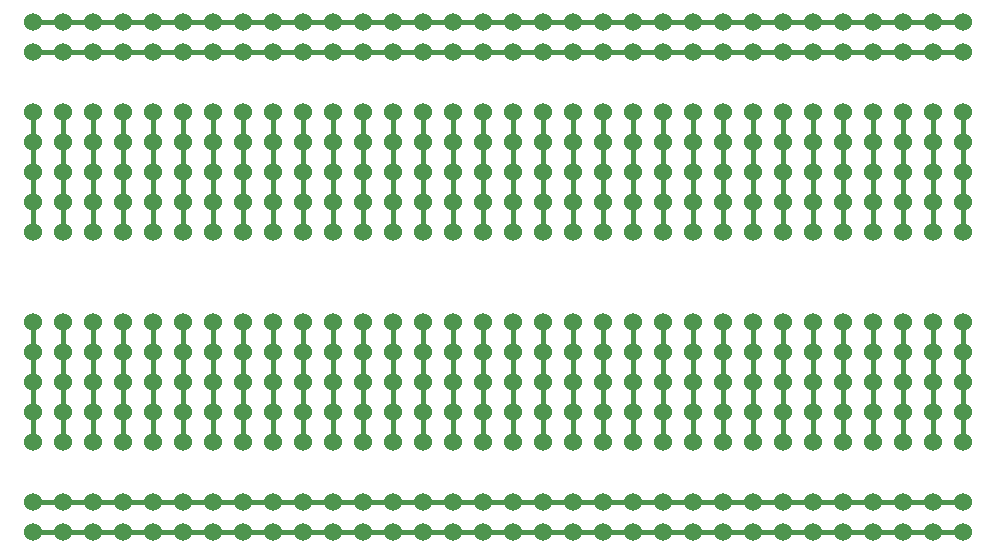
<source format=gbr>
%TF.GenerationSoftware,KiCad,Pcbnew,5.1.9-73d0e3b20d~88~ubuntu20.04.1*%
%TF.CreationDate,2021-01-27T17:21:27-06:00*%
%TF.ProjectId,ProtoPCBs,50726f74-6f50-4434-9273-2e6b69636164,rev?*%
%TF.SameCoordinates,Original*%
%TF.FileFunction,Copper,L1,Top*%
%TF.FilePolarity,Positive*%
%FSLAX46Y46*%
G04 Gerber Fmt 4.6, Leading zero omitted, Abs format (unit mm)*
G04 Created by KiCad (PCBNEW 5.1.9-73d0e3b20d~88~ubuntu20.04.1) date 2021-01-27 17:21:27*
%MOMM*%
%LPD*%
G01*
G04 APERTURE LIST*
%TA.AperFunction,ComponentPad*%
%ADD10C,1.524000*%
%TD*%
%TA.AperFunction,Conductor*%
%ADD11C,0.406400*%
%TD*%
G04 APERTURE END LIST*
D10*
%TO.P,REF\u002A\u002A,1*%
%TO.N,N/C*%
X152400000Y-58420000D03*
X162560000Y-60960000D03*
X215900000Y-58420000D03*
X185420000Y-58420000D03*
X165100000Y-60960000D03*
X182880000Y-58420000D03*
X152400000Y-60960000D03*
X172720000Y-60960000D03*
X193040000Y-60960000D03*
X165100000Y-58420000D03*
X180340000Y-60960000D03*
X218440000Y-60960000D03*
X220980000Y-60960000D03*
X190500000Y-60960000D03*
X223520000Y-60960000D03*
X231140000Y-60960000D03*
X177800000Y-60960000D03*
X228600000Y-60960000D03*
X226060000Y-60960000D03*
X223520000Y-58420000D03*
X208280000Y-58420000D03*
X167640000Y-58420000D03*
X175260000Y-58420000D03*
X180340000Y-58420000D03*
X187960000Y-58420000D03*
X203200000Y-60960000D03*
X210820000Y-60960000D03*
X190500000Y-58420000D03*
X213360000Y-60960000D03*
X228600000Y-58420000D03*
X162560000Y-58420000D03*
X195580000Y-58420000D03*
X231140000Y-58420000D03*
X215900000Y-60960000D03*
X220980000Y-58420000D03*
X218440000Y-58420000D03*
X160020000Y-58420000D03*
X175260000Y-60960000D03*
X208280000Y-60960000D03*
X226060000Y-58420000D03*
X182880000Y-60960000D03*
X185420000Y-60960000D03*
X205740000Y-60960000D03*
X203200000Y-58420000D03*
X172720000Y-58420000D03*
X187960000Y-60960000D03*
X157480000Y-58420000D03*
X198120000Y-60960000D03*
X170180000Y-58420000D03*
X170180000Y-60960000D03*
X200660000Y-60960000D03*
X167640000Y-60960000D03*
X213360000Y-58420000D03*
X210820000Y-58420000D03*
X195580000Y-60960000D03*
X200660000Y-58420000D03*
X154940000Y-60960000D03*
X198120000Y-58420000D03*
X193040000Y-58420000D03*
X205740000Y-58420000D03*
X177800000Y-58420000D03*
X157480000Y-60960000D03*
X160020000Y-60960000D03*
X154940000Y-58420000D03*
X152400000Y-101600000D03*
X223520000Y-99060000D03*
X223520000Y-101600000D03*
X220980000Y-99060000D03*
X220980000Y-101600000D03*
X187960000Y-101600000D03*
X175260000Y-101600000D03*
X195580000Y-99060000D03*
X215900000Y-99060000D03*
X190500000Y-99060000D03*
X172720000Y-101600000D03*
X193040000Y-101600000D03*
X180340000Y-99060000D03*
X180340000Y-101600000D03*
X154940000Y-101600000D03*
X162560000Y-99060000D03*
X157480000Y-99060000D03*
X170180000Y-101600000D03*
X185420000Y-99060000D03*
X162560000Y-101600000D03*
X218440000Y-99060000D03*
X231140000Y-101600000D03*
X172720000Y-99060000D03*
X215900000Y-101600000D03*
X213360000Y-99060000D03*
X218440000Y-101600000D03*
X208280000Y-101600000D03*
X167640000Y-99060000D03*
X190500000Y-101600000D03*
X182880000Y-99060000D03*
X182880000Y-101600000D03*
X177800000Y-101600000D03*
X231140000Y-99060000D03*
X226060000Y-101600000D03*
X226060000Y-99060000D03*
X177800000Y-99060000D03*
X187960000Y-99060000D03*
X175260000Y-99060000D03*
X160020000Y-99060000D03*
X195580000Y-101600000D03*
X160020000Y-101600000D03*
X193040000Y-99060000D03*
X167640000Y-101600000D03*
X213360000Y-101600000D03*
X228600000Y-101600000D03*
X198120000Y-101600000D03*
X170180000Y-99060000D03*
X228600000Y-99060000D03*
X154940000Y-99060000D03*
X165100000Y-99060000D03*
X203200000Y-99060000D03*
X203200000Y-101600000D03*
X200660000Y-99060000D03*
X200660000Y-101600000D03*
X210820000Y-99060000D03*
X205740000Y-101600000D03*
X205740000Y-99060000D03*
X185420000Y-101600000D03*
X198120000Y-99060000D03*
X210820000Y-101600000D03*
X152400000Y-99060000D03*
X208280000Y-99060000D03*
X165100000Y-101600000D03*
X157480000Y-101600000D03*
X152400000Y-83820000D03*
X152400000Y-93980000D03*
X162560000Y-86360000D03*
X215900000Y-83820000D03*
X223520000Y-91440000D03*
X223520000Y-93980000D03*
X220980000Y-91440000D03*
X220980000Y-93980000D03*
X187960000Y-93980000D03*
X187960000Y-88900000D03*
X185420000Y-83820000D03*
X175260000Y-93980000D03*
X195580000Y-91440000D03*
X200660000Y-88900000D03*
X215900000Y-91440000D03*
X220980000Y-88900000D03*
X223520000Y-88900000D03*
X203200000Y-88900000D03*
X165100000Y-86360000D03*
X172720000Y-88900000D03*
X210820000Y-88900000D03*
X182880000Y-83820000D03*
X190500000Y-91440000D03*
X152400000Y-86360000D03*
X172720000Y-86360000D03*
X172720000Y-93980000D03*
X193040000Y-86360000D03*
X193040000Y-93980000D03*
X180340000Y-91440000D03*
X180340000Y-93980000D03*
X165100000Y-83820000D03*
X180340000Y-86360000D03*
X154940000Y-93980000D03*
X157480000Y-88900000D03*
X218440000Y-91440000D03*
X218440000Y-88900000D03*
X218440000Y-86360000D03*
X231140000Y-93980000D03*
X220980000Y-86360000D03*
X226060000Y-88900000D03*
X185420000Y-88900000D03*
X172720000Y-91440000D03*
X190500000Y-86360000D03*
X215900000Y-93980000D03*
X213360000Y-88900000D03*
X223520000Y-86360000D03*
X213360000Y-91440000D03*
X231140000Y-86360000D03*
X218440000Y-93980000D03*
X208280000Y-93980000D03*
X177800000Y-86360000D03*
X167640000Y-91440000D03*
X190500000Y-93980000D03*
X182880000Y-91440000D03*
X182880000Y-93980000D03*
X177800000Y-93980000D03*
X162560000Y-88900000D03*
X228600000Y-86360000D03*
X226060000Y-86360000D03*
X223520000Y-83820000D03*
X231140000Y-91440000D03*
X226060000Y-93980000D03*
X226060000Y-91440000D03*
X208280000Y-83820000D03*
X195580000Y-88900000D03*
X160020000Y-88900000D03*
X167640000Y-83820000D03*
X175260000Y-83820000D03*
X177800000Y-91440000D03*
X177800000Y-88900000D03*
X187960000Y-91440000D03*
X180340000Y-83820000D03*
X175260000Y-91440000D03*
X160020000Y-91440000D03*
X180340000Y-88900000D03*
X187960000Y-83820000D03*
X195580000Y-93980000D03*
X193040000Y-88900000D03*
X160020000Y-93980000D03*
X203200000Y-86360000D03*
X193040000Y-91440000D03*
X210820000Y-86360000D03*
X175260000Y-88900000D03*
X190500000Y-83820000D03*
X167640000Y-93980000D03*
X167640000Y-88900000D03*
X231140000Y-88900000D03*
X213360000Y-86360000D03*
X213360000Y-93980000D03*
X228600000Y-93980000D03*
X228600000Y-83820000D03*
X215900000Y-88900000D03*
X162560000Y-83820000D03*
X198120000Y-93980000D03*
X195580000Y-83820000D03*
X170180000Y-91440000D03*
X231140000Y-83820000D03*
X215900000Y-86360000D03*
X228600000Y-91440000D03*
X220980000Y-83820000D03*
X218440000Y-83820000D03*
X160020000Y-83820000D03*
X175260000Y-86360000D03*
X154940000Y-91440000D03*
X165100000Y-91440000D03*
X203200000Y-91440000D03*
X203200000Y-93980000D03*
X200660000Y-91440000D03*
X200660000Y-93980000D03*
X208280000Y-86360000D03*
X226060000Y-83820000D03*
X182880000Y-86360000D03*
X185420000Y-86360000D03*
X205740000Y-86360000D03*
X203200000Y-83820000D03*
X210820000Y-91440000D03*
X205740000Y-93980000D03*
X205740000Y-91440000D03*
X172720000Y-83820000D03*
X187960000Y-86360000D03*
X185420000Y-93980000D03*
X157480000Y-83820000D03*
X198120000Y-91440000D03*
X198120000Y-88900000D03*
X198120000Y-86360000D03*
X210820000Y-93980000D03*
X154940000Y-88900000D03*
X170180000Y-83820000D03*
X152400000Y-91440000D03*
X170180000Y-86360000D03*
X200660000Y-86360000D03*
X205740000Y-88900000D03*
X190500000Y-88900000D03*
X167640000Y-86360000D03*
X213360000Y-83820000D03*
X228600000Y-88900000D03*
X210820000Y-83820000D03*
X195580000Y-86360000D03*
X208280000Y-91440000D03*
X200660000Y-83820000D03*
X182880000Y-88900000D03*
X165100000Y-93980000D03*
X165100000Y-88900000D03*
X154940000Y-86360000D03*
X157480000Y-93980000D03*
X170180000Y-93980000D03*
X198120000Y-83820000D03*
X193040000Y-83820000D03*
X208280000Y-88900000D03*
X205740000Y-83820000D03*
X170180000Y-88900000D03*
X185420000Y-91440000D03*
X177800000Y-83820000D03*
X162560000Y-93980000D03*
X152400000Y-88900000D03*
X157480000Y-86360000D03*
X160020000Y-86360000D03*
X154940000Y-83820000D03*
X157480000Y-91440000D03*
X162560000Y-91440000D03*
X215900000Y-73660000D03*
X220980000Y-71120000D03*
X223520000Y-71120000D03*
X231140000Y-71120000D03*
X213360000Y-68580000D03*
X213360000Y-76200000D03*
X228600000Y-76200000D03*
X228600000Y-66040000D03*
X215900000Y-71120000D03*
X215900000Y-76200000D03*
X213360000Y-71120000D03*
X223520000Y-68580000D03*
X213360000Y-73660000D03*
X231140000Y-68580000D03*
X218440000Y-76200000D03*
X215900000Y-66040000D03*
X223520000Y-73660000D03*
X223520000Y-76200000D03*
X220980000Y-73660000D03*
X220980000Y-76200000D03*
X228600000Y-68580000D03*
X226060000Y-68580000D03*
X223520000Y-66040000D03*
X231140000Y-73660000D03*
X226060000Y-76200000D03*
X226060000Y-73660000D03*
X218440000Y-73660000D03*
X218440000Y-71120000D03*
X218440000Y-68580000D03*
X231140000Y-76200000D03*
X220980000Y-68580000D03*
X226060000Y-71120000D03*
X231140000Y-66040000D03*
X215900000Y-68580000D03*
X228600000Y-73660000D03*
X220980000Y-66040000D03*
X218440000Y-66040000D03*
X213360000Y-66040000D03*
X228600000Y-71120000D03*
X226060000Y-66040000D03*
X208280000Y-76200000D03*
X208280000Y-71120000D03*
X205740000Y-66040000D03*
X195580000Y-76200000D03*
X193040000Y-71120000D03*
X203200000Y-66040000D03*
X210820000Y-73660000D03*
X193040000Y-68580000D03*
X193040000Y-76200000D03*
X200660000Y-73660000D03*
X200660000Y-76200000D03*
X200660000Y-68580000D03*
X205740000Y-71120000D03*
X193040000Y-73660000D03*
X210820000Y-68580000D03*
X198120000Y-68580000D03*
X210820000Y-76200000D03*
X203200000Y-73660000D03*
X203200000Y-76200000D03*
X198120000Y-76200000D03*
X195580000Y-66040000D03*
X198120000Y-73660000D03*
X198120000Y-71120000D03*
X208280000Y-73660000D03*
X200660000Y-66040000D03*
X195580000Y-73660000D03*
X200660000Y-71120000D03*
X208280000Y-66040000D03*
X195580000Y-71120000D03*
X210820000Y-66040000D03*
X195580000Y-68580000D03*
X203200000Y-68580000D03*
X205740000Y-68580000D03*
X193040000Y-66040000D03*
X208280000Y-68580000D03*
X205740000Y-76200000D03*
X210820000Y-71120000D03*
X203200000Y-71120000D03*
X205740000Y-73660000D03*
X198120000Y-66040000D03*
X172720000Y-66040000D03*
X172720000Y-76200000D03*
X182880000Y-68580000D03*
X185420000Y-68580000D03*
X172720000Y-68580000D03*
X185420000Y-66040000D03*
X175260000Y-76200000D03*
X177800000Y-71120000D03*
X187960000Y-73660000D03*
X182880000Y-71120000D03*
X180340000Y-71120000D03*
X187960000Y-66040000D03*
X180340000Y-73660000D03*
X180340000Y-76200000D03*
X187960000Y-76200000D03*
X187960000Y-71120000D03*
X182880000Y-66040000D03*
X190500000Y-73660000D03*
X180340000Y-66040000D03*
X175260000Y-73660000D03*
X185420000Y-73660000D03*
X177800000Y-66040000D03*
X175260000Y-71120000D03*
X190500000Y-66040000D03*
X172720000Y-73660000D03*
X190500000Y-68580000D03*
X187960000Y-68580000D03*
X185420000Y-76200000D03*
X185420000Y-71120000D03*
X175260000Y-68580000D03*
X177800000Y-76200000D03*
X190500000Y-76200000D03*
X190500000Y-71120000D03*
X182880000Y-76200000D03*
X172720000Y-71120000D03*
X177800000Y-68580000D03*
X180340000Y-68580000D03*
X175260000Y-66040000D03*
X177800000Y-73660000D03*
X182880000Y-73660000D03*
X170180000Y-73660000D03*
X170180000Y-66040000D03*
X170180000Y-76200000D03*
X170180000Y-71120000D03*
X170180000Y-68580000D03*
X167640000Y-68580000D03*
X167640000Y-66040000D03*
X167640000Y-73660000D03*
X167640000Y-76200000D03*
X167640000Y-71120000D03*
X165100000Y-68580000D03*
X165100000Y-71120000D03*
X165100000Y-66040000D03*
X165100000Y-76200000D03*
X165100000Y-73660000D03*
X162560000Y-71120000D03*
X162560000Y-73660000D03*
X162560000Y-76200000D03*
X162560000Y-66040000D03*
X162560000Y-68580000D03*
X160020000Y-71120000D03*
X160020000Y-66040000D03*
X160020000Y-76200000D03*
X160020000Y-68580000D03*
X160020000Y-73660000D03*
X157480000Y-76200000D03*
X157480000Y-73660000D03*
X157480000Y-71120000D03*
X157480000Y-68580000D03*
X157480000Y-66040000D03*
X154940000Y-66040000D03*
X154940000Y-76200000D03*
X154940000Y-68580000D03*
X154940000Y-73660000D03*
X154940000Y-71120000D03*
X152400000Y-76200000D03*
X152400000Y-73660000D03*
X152400000Y-71120000D03*
X152400000Y-68580000D03*
X152400000Y-66040000D03*
%TD*%
D11*
%TO.N,*%
X167640000Y-66040000D02*
X167640000Y-76200000D01*
X160020000Y-66040000D02*
X160020000Y-76200000D01*
X170180000Y-66040000D02*
X170180000Y-76200000D01*
X165100000Y-66040000D02*
X165100000Y-76200000D01*
X157480000Y-66040000D02*
X157480000Y-76200000D01*
X154940000Y-66040000D02*
X154940000Y-76200000D01*
X162560000Y-66040000D02*
X162560000Y-76200000D01*
X152400000Y-66040000D02*
X152400000Y-76200000D01*
X177800000Y-66040000D02*
X177800000Y-76200000D01*
X180340000Y-66040000D02*
X180340000Y-76200000D01*
X187960000Y-66040000D02*
X187960000Y-76200000D01*
X172720000Y-66040000D02*
X172720000Y-76200000D01*
X190500000Y-66040000D02*
X190500000Y-76200000D01*
X182880000Y-66040000D02*
X182880000Y-76200000D01*
X185420000Y-66040000D02*
X185420000Y-76200000D01*
X175260000Y-66040000D02*
X175260000Y-76200000D01*
X203200000Y-66040000D02*
X203200000Y-76200000D01*
X193040000Y-66040000D02*
X193040000Y-76200000D01*
X200660000Y-66040000D02*
X200660000Y-76200000D01*
X205740000Y-66040000D02*
X205740000Y-76200000D01*
X195580000Y-66040000D02*
X195580000Y-76200000D01*
X208280000Y-66040000D02*
X208280000Y-76200000D01*
X198120000Y-66040000D02*
X198120000Y-76200000D01*
X210820000Y-66040000D02*
X210820000Y-76200000D01*
X215900000Y-66040000D02*
X215900000Y-76200000D01*
X218440000Y-66040000D02*
X218440000Y-76200000D01*
X220980000Y-66040000D02*
X220980000Y-76200000D01*
X228600000Y-66040000D02*
X228600000Y-76200000D01*
X223520000Y-66040000D02*
X223520000Y-76200000D01*
X213360000Y-66040000D02*
X213360000Y-76200000D01*
X231140000Y-66040000D02*
X231140000Y-76200000D01*
X226060000Y-66040000D02*
X226060000Y-76200000D01*
X157480000Y-83820000D02*
X157480000Y-93980000D01*
X195580000Y-83820000D02*
X195580000Y-93980000D01*
X213360000Y-83820000D02*
X213360000Y-93980000D01*
X182880000Y-83820000D02*
X182880000Y-93980000D01*
X172720000Y-83820000D02*
X172720000Y-93980000D01*
X220980000Y-83820000D02*
X220980000Y-93980000D01*
X180340000Y-83820000D02*
X180340000Y-93980000D01*
X160020000Y-83820000D02*
X160020000Y-93980000D01*
X228600000Y-83820000D02*
X228600000Y-93980000D01*
X167640000Y-83820000D02*
X167640000Y-93980000D01*
X198120000Y-83820000D02*
X198120000Y-93980000D01*
X218440000Y-83820000D02*
X218440000Y-93980000D01*
X200660000Y-83820000D02*
X200660000Y-93980000D01*
X208280000Y-83820000D02*
X208280000Y-93980000D01*
X185420000Y-83820000D02*
X185420000Y-93980000D01*
X175260000Y-83820000D02*
X175260000Y-93980000D01*
X152400000Y-83820000D02*
X152400000Y-93980000D01*
X187960000Y-83820000D02*
X187960000Y-93980000D01*
X170180000Y-83820000D02*
X170180000Y-93980000D01*
X203200000Y-83820000D02*
X203200000Y-93980000D01*
X177800000Y-83820000D02*
X177800000Y-93980000D01*
X162560000Y-83820000D02*
X162560000Y-93980000D01*
X231140000Y-83820000D02*
X231140000Y-93980000D01*
X190500000Y-83820000D02*
X190500000Y-93980000D01*
X165100000Y-83820000D02*
X165100000Y-93980000D01*
X226060000Y-83820000D02*
X226060000Y-93980000D01*
X193040000Y-83820000D02*
X193040000Y-93980000D01*
X210820000Y-83820000D02*
X210820000Y-93980000D01*
X205740000Y-83820000D02*
X205740000Y-93980000D01*
X154940000Y-83820000D02*
X154940000Y-93980000D01*
X223520000Y-83820000D02*
X223520000Y-93980000D01*
X215900000Y-83820000D02*
X215900000Y-93980000D01*
X152400000Y-58420000D02*
X231140000Y-58420000D01*
X152400000Y-60960000D02*
X231140000Y-60960000D01*
X152400000Y-99060000D02*
X231140000Y-99060000D01*
X152400000Y-101600000D02*
X231140000Y-101600000D01*
%TD*%
M02*

</source>
